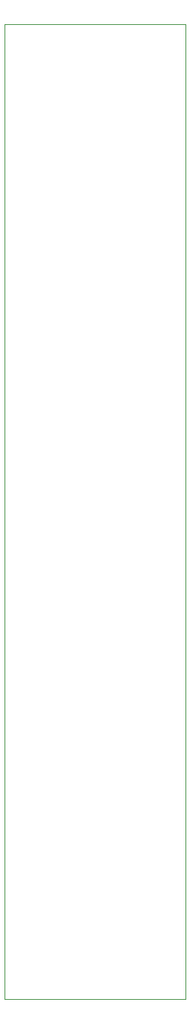
<source format=gbr>
G04 #@! TF.GenerationSoftware,KiCad,Pcbnew,5.1.7-1.fc31*
G04 #@! TF.CreationDate,2021-04-18T18:46:58-04:00*
G04 #@! TF.ProjectId,offsetAttenuverter,6f666673-6574-4417-9474-656e75766572,rev?*
G04 #@! TF.SameCoordinates,Original*
G04 #@! TF.FileFunction,Profile,NP*
%FSLAX46Y46*%
G04 Gerber Fmt 4.6, Leading zero omitted, Abs format (unit mm)*
G04 Created by KiCad (PCBNEW 5.1.7-1.fc31) date 2021-04-18 18:46:58*
%MOMM*%
%LPD*%
G01*
G04 APERTURE LIST*
G04 #@! TA.AperFunction,Profile*
%ADD10C,0.050000*%
G04 #@! TD*
G04 APERTURE END LIST*
D10*
X25400000Y-43180000D02*
X25400000Y-152400000D01*
X45720000Y-43180000D02*
X25400000Y-43180000D01*
X45720000Y-152400000D02*
X45720000Y-43180000D01*
X25400000Y-152400000D02*
X45720000Y-152400000D01*
M02*

</source>
